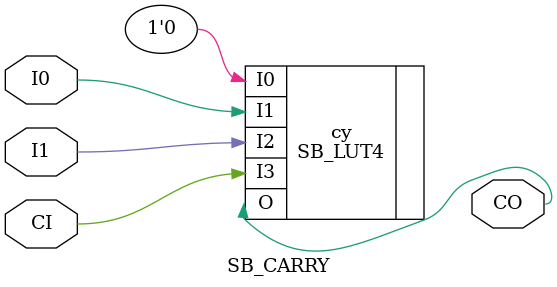
<source format=v>
/* A Verilator model
 */
module SB_CARRY
  ( input  CI,I1,I0,
    output CO
    );
   // assign CO =  (CI&I1) | (CI&I0) | (I1&I0);  
   // At one stage the above gave UNOPTFLAT warnings in Verilator for unknown reasons.
   // The below is a tested alternative   
   SB_LUT4 #(.LUT_INIT(16'hfcc0)) cy(.O(CO), .I3(CI), .I2(I1), .I1(I0), .I0(1'b0));
endmodule


</source>
